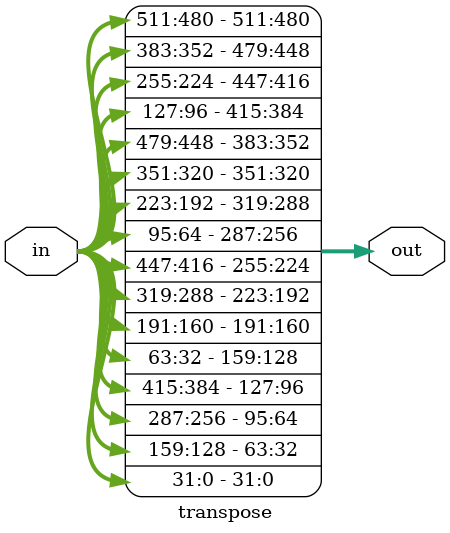
<source format=v>
module transpose(
    output [511:0] out,
    input [511:0] in
);
assign out[511:480] = in[511:480];
assign out[479:448] = in[383:352];
assign out[383:352] = in[479:448];
assign out[447:416] = in[255:224];
assign out[255:224] = in[447:416];
assign out[415:384] = in[127:96];
assign out[127:96]  = in[415:384];
assign out[351:320] = in[351:320];
assign out[319:288] = in[223:192];
assign out[223:192] = in[319:288];
assign out[287:256] = in[95:64];
assign out[95:64]   = in[287:256];
assign out[191:160] = in[191:160];
assign out[63:32]   = in[159:128];
assign out[159:128] = in[63:32];
assign out[31:0]    = in[31:0];

endmodule
</source>
